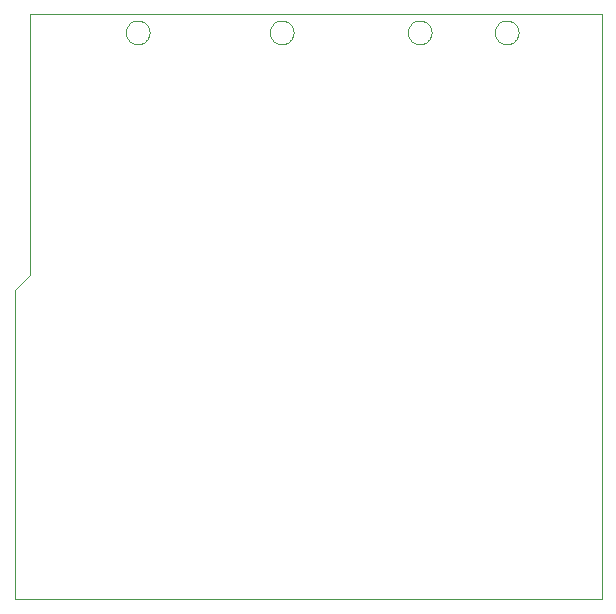
<source format=gbo>
G75*
%MOIN*%
%OFA0B0*%
%FSLAX24Y24*%
%IPPOS*%
%LPD*%
%AMOC8*
5,1,8,0,0,1.08239X$1,22.5*
%
%ADD10C,0.0000*%
D10*
X000380Y000380D02*
X000380Y010680D01*
X000880Y011180D01*
X000880Y019876D01*
X019950Y019876D01*
X019950Y000380D01*
X000380Y000380D01*
X004086Y019280D02*
X004088Y019319D01*
X004094Y019358D01*
X004104Y019396D01*
X004117Y019433D01*
X004134Y019468D01*
X004154Y019502D01*
X004178Y019533D01*
X004205Y019562D01*
X004234Y019588D01*
X004266Y019611D01*
X004300Y019631D01*
X004336Y019647D01*
X004373Y019659D01*
X004412Y019668D01*
X004451Y019673D01*
X004490Y019674D01*
X004529Y019671D01*
X004568Y019664D01*
X004605Y019653D01*
X004642Y019639D01*
X004677Y019621D01*
X004710Y019600D01*
X004741Y019575D01*
X004769Y019548D01*
X004794Y019518D01*
X004816Y019485D01*
X004835Y019451D01*
X004850Y019415D01*
X004862Y019377D01*
X004870Y019339D01*
X004874Y019300D01*
X004874Y019260D01*
X004870Y019221D01*
X004862Y019183D01*
X004850Y019145D01*
X004835Y019109D01*
X004816Y019075D01*
X004794Y019042D01*
X004769Y019012D01*
X004741Y018985D01*
X004710Y018960D01*
X004677Y018939D01*
X004642Y018921D01*
X004605Y018907D01*
X004568Y018896D01*
X004529Y018889D01*
X004490Y018886D01*
X004451Y018887D01*
X004412Y018892D01*
X004373Y018901D01*
X004336Y018913D01*
X004300Y018929D01*
X004266Y018949D01*
X004234Y018972D01*
X004205Y018998D01*
X004178Y019027D01*
X004154Y019058D01*
X004134Y019092D01*
X004117Y019127D01*
X004104Y019164D01*
X004094Y019202D01*
X004088Y019241D01*
X004086Y019280D01*
X008886Y019280D02*
X008888Y019319D01*
X008894Y019358D01*
X008904Y019396D01*
X008917Y019433D01*
X008934Y019468D01*
X008954Y019502D01*
X008978Y019533D01*
X009005Y019562D01*
X009034Y019588D01*
X009066Y019611D01*
X009100Y019631D01*
X009136Y019647D01*
X009173Y019659D01*
X009212Y019668D01*
X009251Y019673D01*
X009290Y019674D01*
X009329Y019671D01*
X009368Y019664D01*
X009405Y019653D01*
X009442Y019639D01*
X009477Y019621D01*
X009510Y019600D01*
X009541Y019575D01*
X009569Y019548D01*
X009594Y019518D01*
X009616Y019485D01*
X009635Y019451D01*
X009650Y019415D01*
X009662Y019377D01*
X009670Y019339D01*
X009674Y019300D01*
X009674Y019260D01*
X009670Y019221D01*
X009662Y019183D01*
X009650Y019145D01*
X009635Y019109D01*
X009616Y019075D01*
X009594Y019042D01*
X009569Y019012D01*
X009541Y018985D01*
X009510Y018960D01*
X009477Y018939D01*
X009442Y018921D01*
X009405Y018907D01*
X009368Y018896D01*
X009329Y018889D01*
X009290Y018886D01*
X009251Y018887D01*
X009212Y018892D01*
X009173Y018901D01*
X009136Y018913D01*
X009100Y018929D01*
X009066Y018949D01*
X009034Y018972D01*
X009005Y018998D01*
X008978Y019027D01*
X008954Y019058D01*
X008934Y019092D01*
X008917Y019127D01*
X008904Y019164D01*
X008894Y019202D01*
X008888Y019241D01*
X008886Y019280D01*
X013486Y019280D02*
X013488Y019319D01*
X013494Y019358D01*
X013504Y019396D01*
X013517Y019433D01*
X013534Y019468D01*
X013554Y019502D01*
X013578Y019533D01*
X013605Y019562D01*
X013634Y019588D01*
X013666Y019611D01*
X013700Y019631D01*
X013736Y019647D01*
X013773Y019659D01*
X013812Y019668D01*
X013851Y019673D01*
X013890Y019674D01*
X013929Y019671D01*
X013968Y019664D01*
X014005Y019653D01*
X014042Y019639D01*
X014077Y019621D01*
X014110Y019600D01*
X014141Y019575D01*
X014169Y019548D01*
X014194Y019518D01*
X014216Y019485D01*
X014235Y019451D01*
X014250Y019415D01*
X014262Y019377D01*
X014270Y019339D01*
X014274Y019300D01*
X014274Y019260D01*
X014270Y019221D01*
X014262Y019183D01*
X014250Y019145D01*
X014235Y019109D01*
X014216Y019075D01*
X014194Y019042D01*
X014169Y019012D01*
X014141Y018985D01*
X014110Y018960D01*
X014077Y018939D01*
X014042Y018921D01*
X014005Y018907D01*
X013968Y018896D01*
X013929Y018889D01*
X013890Y018886D01*
X013851Y018887D01*
X013812Y018892D01*
X013773Y018901D01*
X013736Y018913D01*
X013700Y018929D01*
X013666Y018949D01*
X013634Y018972D01*
X013605Y018998D01*
X013578Y019027D01*
X013554Y019058D01*
X013534Y019092D01*
X013517Y019127D01*
X013504Y019164D01*
X013494Y019202D01*
X013488Y019241D01*
X013486Y019280D01*
X016386Y019280D02*
X016388Y019319D01*
X016394Y019358D01*
X016404Y019396D01*
X016417Y019433D01*
X016434Y019468D01*
X016454Y019502D01*
X016478Y019533D01*
X016505Y019562D01*
X016534Y019588D01*
X016566Y019611D01*
X016600Y019631D01*
X016636Y019647D01*
X016673Y019659D01*
X016712Y019668D01*
X016751Y019673D01*
X016790Y019674D01*
X016829Y019671D01*
X016868Y019664D01*
X016905Y019653D01*
X016942Y019639D01*
X016977Y019621D01*
X017010Y019600D01*
X017041Y019575D01*
X017069Y019548D01*
X017094Y019518D01*
X017116Y019485D01*
X017135Y019451D01*
X017150Y019415D01*
X017162Y019377D01*
X017170Y019339D01*
X017174Y019300D01*
X017174Y019260D01*
X017170Y019221D01*
X017162Y019183D01*
X017150Y019145D01*
X017135Y019109D01*
X017116Y019075D01*
X017094Y019042D01*
X017069Y019012D01*
X017041Y018985D01*
X017010Y018960D01*
X016977Y018939D01*
X016942Y018921D01*
X016905Y018907D01*
X016868Y018896D01*
X016829Y018889D01*
X016790Y018886D01*
X016751Y018887D01*
X016712Y018892D01*
X016673Y018901D01*
X016636Y018913D01*
X016600Y018929D01*
X016566Y018949D01*
X016534Y018972D01*
X016505Y018998D01*
X016478Y019027D01*
X016454Y019058D01*
X016434Y019092D01*
X016417Y019127D01*
X016404Y019164D01*
X016394Y019202D01*
X016388Y019241D01*
X016386Y019280D01*
M02*

</source>
